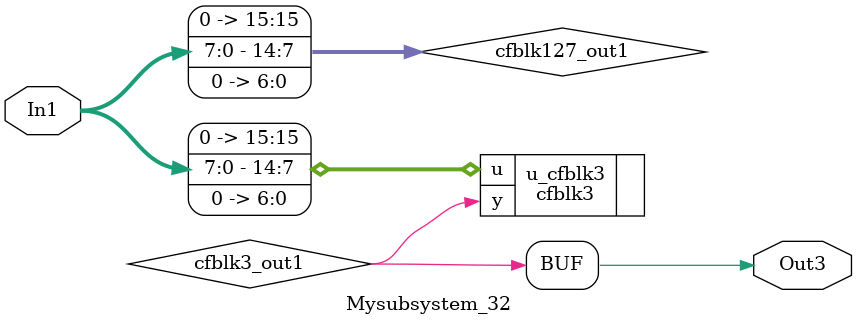
<source format=v>



`timescale 1 ns / 1 ns

module Mysubsystem_32
          (In1,
           Out3);


  input   [7:0] In1;  // uint8
  output  Out3;


  wire [15:0] cfblk127_out1;  // ufix16_En7
  wire cfblk3_out1;


  assign cfblk127_out1 = {1'b0, {In1, 7'b0000000}};



  cfblk3 u_cfblk3 (.u(cfblk127_out1),  // ufix16_En7
                   .y(cfblk3_out1)
                   );

  assign Out3 = cfblk3_out1;

endmodule  // Mysubsystem_32


</source>
